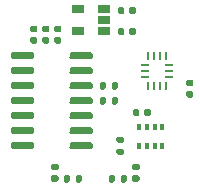
<source format=gbr>
%TF.GenerationSoftware,KiCad,Pcbnew,(5.1.7)-1*%
%TF.CreationDate,2021-04-19T22:56:07+02:00*%
%TF.ProjectId,TMA,544d412e-6b69-4636-9164-5f7063625858,rev?*%
%TF.SameCoordinates,Original*%
%TF.FileFunction,Paste,Top*%
%TF.FilePolarity,Positive*%
%FSLAX46Y46*%
G04 Gerber Fmt 4.6, Leading zero omitted, Abs format (unit mm)*
G04 Created by KiCad (PCBNEW (5.1.7)-1) date 2021-04-19 22:56:07*
%MOMM*%
%LPD*%
G01*
G04 APERTURE LIST*
%ADD10R,1.060000X0.650000*%
%ADD11R,0.250000X0.675000*%
%ADD12R,0.675000X0.250000*%
%ADD13R,0.350000X0.500000*%
G04 APERTURE END LIST*
D10*
%TO.C,U4*%
X73576000Y-44130000D03*
X73576000Y-42230000D03*
X75776000Y-42230000D03*
X75776000Y-43180000D03*
X75776000Y-44130000D03*
%TD*%
%TO.C,U3*%
G36*
G01*
X72874000Y-46378000D02*
X72874000Y-46078000D01*
G75*
G02*
X73024000Y-45928000I150000J0D01*
G01*
X74674000Y-45928000D01*
G75*
G02*
X74824000Y-46078000I0J-150000D01*
G01*
X74824000Y-46378000D01*
G75*
G02*
X74674000Y-46528000I-150000J0D01*
G01*
X73024000Y-46528000D01*
G75*
G02*
X72874000Y-46378000I0J150000D01*
G01*
G37*
G36*
G01*
X72874000Y-47648000D02*
X72874000Y-47348000D01*
G75*
G02*
X73024000Y-47198000I150000J0D01*
G01*
X74674000Y-47198000D01*
G75*
G02*
X74824000Y-47348000I0J-150000D01*
G01*
X74824000Y-47648000D01*
G75*
G02*
X74674000Y-47798000I-150000J0D01*
G01*
X73024000Y-47798000D01*
G75*
G02*
X72874000Y-47648000I0J150000D01*
G01*
G37*
G36*
G01*
X72874000Y-48918000D02*
X72874000Y-48618000D01*
G75*
G02*
X73024000Y-48468000I150000J0D01*
G01*
X74674000Y-48468000D01*
G75*
G02*
X74824000Y-48618000I0J-150000D01*
G01*
X74824000Y-48918000D01*
G75*
G02*
X74674000Y-49068000I-150000J0D01*
G01*
X73024000Y-49068000D01*
G75*
G02*
X72874000Y-48918000I0J150000D01*
G01*
G37*
G36*
G01*
X72874000Y-50188000D02*
X72874000Y-49888000D01*
G75*
G02*
X73024000Y-49738000I150000J0D01*
G01*
X74674000Y-49738000D01*
G75*
G02*
X74824000Y-49888000I0J-150000D01*
G01*
X74824000Y-50188000D01*
G75*
G02*
X74674000Y-50338000I-150000J0D01*
G01*
X73024000Y-50338000D01*
G75*
G02*
X72874000Y-50188000I0J150000D01*
G01*
G37*
G36*
G01*
X72874000Y-51458000D02*
X72874000Y-51158000D01*
G75*
G02*
X73024000Y-51008000I150000J0D01*
G01*
X74674000Y-51008000D01*
G75*
G02*
X74824000Y-51158000I0J-150000D01*
G01*
X74824000Y-51458000D01*
G75*
G02*
X74674000Y-51608000I-150000J0D01*
G01*
X73024000Y-51608000D01*
G75*
G02*
X72874000Y-51458000I0J150000D01*
G01*
G37*
G36*
G01*
X72874000Y-52728000D02*
X72874000Y-52428000D01*
G75*
G02*
X73024000Y-52278000I150000J0D01*
G01*
X74674000Y-52278000D01*
G75*
G02*
X74824000Y-52428000I0J-150000D01*
G01*
X74824000Y-52728000D01*
G75*
G02*
X74674000Y-52878000I-150000J0D01*
G01*
X73024000Y-52878000D01*
G75*
G02*
X72874000Y-52728000I0J150000D01*
G01*
G37*
G36*
G01*
X72874000Y-53998000D02*
X72874000Y-53698000D01*
G75*
G02*
X73024000Y-53548000I150000J0D01*
G01*
X74674000Y-53548000D01*
G75*
G02*
X74824000Y-53698000I0J-150000D01*
G01*
X74824000Y-53998000D01*
G75*
G02*
X74674000Y-54148000I-150000J0D01*
G01*
X73024000Y-54148000D01*
G75*
G02*
X72874000Y-53998000I0J150000D01*
G01*
G37*
G36*
G01*
X67924000Y-53998000D02*
X67924000Y-53698000D01*
G75*
G02*
X68074000Y-53548000I150000J0D01*
G01*
X69724000Y-53548000D01*
G75*
G02*
X69874000Y-53698000I0J-150000D01*
G01*
X69874000Y-53998000D01*
G75*
G02*
X69724000Y-54148000I-150000J0D01*
G01*
X68074000Y-54148000D01*
G75*
G02*
X67924000Y-53998000I0J150000D01*
G01*
G37*
G36*
G01*
X67924000Y-52728000D02*
X67924000Y-52428000D01*
G75*
G02*
X68074000Y-52278000I150000J0D01*
G01*
X69724000Y-52278000D01*
G75*
G02*
X69874000Y-52428000I0J-150000D01*
G01*
X69874000Y-52728000D01*
G75*
G02*
X69724000Y-52878000I-150000J0D01*
G01*
X68074000Y-52878000D01*
G75*
G02*
X67924000Y-52728000I0J150000D01*
G01*
G37*
G36*
G01*
X67924000Y-51458000D02*
X67924000Y-51158000D01*
G75*
G02*
X68074000Y-51008000I150000J0D01*
G01*
X69724000Y-51008000D01*
G75*
G02*
X69874000Y-51158000I0J-150000D01*
G01*
X69874000Y-51458000D01*
G75*
G02*
X69724000Y-51608000I-150000J0D01*
G01*
X68074000Y-51608000D01*
G75*
G02*
X67924000Y-51458000I0J150000D01*
G01*
G37*
G36*
G01*
X67924000Y-50188000D02*
X67924000Y-49888000D01*
G75*
G02*
X68074000Y-49738000I150000J0D01*
G01*
X69724000Y-49738000D01*
G75*
G02*
X69874000Y-49888000I0J-150000D01*
G01*
X69874000Y-50188000D01*
G75*
G02*
X69724000Y-50338000I-150000J0D01*
G01*
X68074000Y-50338000D01*
G75*
G02*
X67924000Y-50188000I0J150000D01*
G01*
G37*
G36*
G01*
X67924000Y-48918000D02*
X67924000Y-48618000D01*
G75*
G02*
X68074000Y-48468000I150000J0D01*
G01*
X69724000Y-48468000D01*
G75*
G02*
X69874000Y-48618000I0J-150000D01*
G01*
X69874000Y-48918000D01*
G75*
G02*
X69724000Y-49068000I-150000J0D01*
G01*
X68074000Y-49068000D01*
G75*
G02*
X67924000Y-48918000I0J150000D01*
G01*
G37*
G36*
G01*
X67924000Y-47648000D02*
X67924000Y-47348000D01*
G75*
G02*
X68074000Y-47198000I150000J0D01*
G01*
X69724000Y-47198000D01*
G75*
G02*
X69874000Y-47348000I0J-150000D01*
G01*
X69874000Y-47648000D01*
G75*
G02*
X69724000Y-47798000I-150000J0D01*
G01*
X68074000Y-47798000D01*
G75*
G02*
X67924000Y-47648000I0J150000D01*
G01*
G37*
G36*
G01*
X67924000Y-46378000D02*
X67924000Y-46078000D01*
G75*
G02*
X68074000Y-45928000I150000J0D01*
G01*
X69724000Y-45928000D01*
G75*
G02*
X69874000Y-46078000I0J-150000D01*
G01*
X69874000Y-46378000D01*
G75*
G02*
X69724000Y-46528000I-150000J0D01*
G01*
X68074000Y-46528000D01*
G75*
G02*
X67924000Y-46378000I0J150000D01*
G01*
G37*
%TD*%
D11*
%TO.C,U2*%
X79514000Y-46235500D03*
X80014000Y-46235500D03*
X80514000Y-46235500D03*
X81014000Y-46235500D03*
X81014000Y-48760500D03*
X80514000Y-48760500D03*
X80014000Y-48760500D03*
X79514000Y-48760500D03*
D12*
X81276500Y-46998000D03*
X81276500Y-47498000D03*
X81276500Y-47998000D03*
X79251500Y-46998000D03*
X79251500Y-47998000D03*
X79251500Y-47498000D03*
%TD*%
D13*
%TO.C,U1*%
X78781000Y-53886000D03*
X79431000Y-52286000D03*
X80081000Y-52286000D03*
X80731000Y-52286000D03*
X79431000Y-53886000D03*
X80081000Y-53886000D03*
X80731000Y-53886000D03*
X78781000Y-52286000D03*
%TD*%
%TO.C,R5*%
G36*
G01*
X75960000Y-49853000D02*
X75960000Y-50223000D01*
G75*
G02*
X75825000Y-50358000I-135000J0D01*
G01*
X75555000Y-50358000D01*
G75*
G02*
X75420000Y-50223000I0J135000D01*
G01*
X75420000Y-49853000D01*
G75*
G02*
X75555000Y-49718000I135000J0D01*
G01*
X75825000Y-49718000D01*
G75*
G02*
X75960000Y-49853000I0J-135000D01*
G01*
G37*
G36*
G01*
X76980000Y-49853000D02*
X76980000Y-50223000D01*
G75*
G02*
X76845000Y-50358000I-135000J0D01*
G01*
X76575000Y-50358000D01*
G75*
G02*
X76440000Y-50223000I0J135000D01*
G01*
X76440000Y-49853000D01*
G75*
G02*
X76575000Y-49718000I135000J0D01*
G01*
X76845000Y-49718000D01*
G75*
G02*
X76980000Y-49853000I0J-135000D01*
G01*
G37*
%TD*%
%TO.C,R4*%
G36*
G01*
X75960000Y-48583000D02*
X75960000Y-48953000D01*
G75*
G02*
X75825000Y-49088000I-135000J0D01*
G01*
X75555000Y-49088000D01*
G75*
G02*
X75420000Y-48953000I0J135000D01*
G01*
X75420000Y-48583000D01*
G75*
G02*
X75555000Y-48448000I135000J0D01*
G01*
X75825000Y-48448000D01*
G75*
G02*
X75960000Y-48583000I0J-135000D01*
G01*
G37*
G36*
G01*
X76980000Y-48583000D02*
X76980000Y-48953000D01*
G75*
G02*
X76845000Y-49088000I-135000J0D01*
G01*
X76575000Y-49088000D01*
G75*
G02*
X76440000Y-48953000I0J135000D01*
G01*
X76440000Y-48583000D01*
G75*
G02*
X76575000Y-48448000I135000J0D01*
G01*
X76845000Y-48448000D01*
G75*
G02*
X76980000Y-48583000I0J-135000D01*
G01*
G37*
%TD*%
%TO.C,R3*%
G36*
G01*
X77202000Y-56827000D02*
X77202000Y-56457000D01*
G75*
G02*
X77337000Y-56322000I135000J0D01*
G01*
X77607000Y-56322000D01*
G75*
G02*
X77742000Y-56457000I0J-135000D01*
G01*
X77742000Y-56827000D01*
G75*
G02*
X77607000Y-56962000I-135000J0D01*
G01*
X77337000Y-56962000D01*
G75*
G02*
X77202000Y-56827000I0J135000D01*
G01*
G37*
G36*
G01*
X76182000Y-56827000D02*
X76182000Y-56457000D01*
G75*
G02*
X76317000Y-56322000I135000J0D01*
G01*
X76587000Y-56322000D01*
G75*
G02*
X76722000Y-56457000I0J-135000D01*
G01*
X76722000Y-56827000D01*
G75*
G02*
X76587000Y-56962000I-135000J0D01*
G01*
X76317000Y-56962000D01*
G75*
G02*
X76182000Y-56827000I0J135000D01*
G01*
G37*
%TD*%
%TO.C,R2*%
G36*
G01*
X72912000Y-56457000D02*
X72912000Y-56827000D01*
G75*
G02*
X72777000Y-56962000I-135000J0D01*
G01*
X72507000Y-56962000D01*
G75*
G02*
X72372000Y-56827000I0J135000D01*
G01*
X72372000Y-56457000D01*
G75*
G02*
X72507000Y-56322000I135000J0D01*
G01*
X72777000Y-56322000D01*
G75*
G02*
X72912000Y-56457000I0J-135000D01*
G01*
G37*
G36*
G01*
X73932000Y-56457000D02*
X73932000Y-56827000D01*
G75*
G02*
X73797000Y-56962000I-135000J0D01*
G01*
X73527000Y-56962000D01*
G75*
G02*
X73392000Y-56827000I0J135000D01*
G01*
X73392000Y-56457000D01*
G75*
G02*
X73527000Y-56322000I135000J0D01*
G01*
X73797000Y-56322000D01*
G75*
G02*
X73932000Y-56457000I0J-135000D01*
G01*
G37*
%TD*%
%TO.C,R1*%
G36*
G01*
X77350200Y-53608000D02*
X76980200Y-53608000D01*
G75*
G02*
X76845200Y-53473000I0J135000D01*
G01*
X76845200Y-53203000D01*
G75*
G02*
X76980200Y-53068000I135000J0D01*
G01*
X77350200Y-53068000D01*
G75*
G02*
X77485200Y-53203000I0J-135000D01*
G01*
X77485200Y-53473000D01*
G75*
G02*
X77350200Y-53608000I-135000J0D01*
G01*
G37*
G36*
G01*
X77350200Y-54628000D02*
X76980200Y-54628000D01*
G75*
G02*
X76845200Y-54493000I0J135000D01*
G01*
X76845200Y-54223000D01*
G75*
G02*
X76980200Y-54088000I135000J0D01*
G01*
X77350200Y-54088000D01*
G75*
G02*
X77485200Y-54223000I0J-135000D01*
G01*
X77485200Y-54493000D01*
G75*
G02*
X77350200Y-54628000I-135000J0D01*
G01*
G37*
%TD*%
%TO.C,D4*%
G36*
G01*
X78658500Y-55944000D02*
X78313500Y-55944000D01*
G75*
G02*
X78166000Y-55796500I0J147500D01*
G01*
X78166000Y-55501500D01*
G75*
G02*
X78313500Y-55354000I147500J0D01*
G01*
X78658500Y-55354000D01*
G75*
G02*
X78806000Y-55501500I0J-147500D01*
G01*
X78806000Y-55796500D01*
G75*
G02*
X78658500Y-55944000I-147500J0D01*
G01*
G37*
G36*
G01*
X78658500Y-56914000D02*
X78313500Y-56914000D01*
G75*
G02*
X78166000Y-56766500I0J147500D01*
G01*
X78166000Y-56471500D01*
G75*
G02*
X78313500Y-56324000I147500J0D01*
G01*
X78658500Y-56324000D01*
G75*
G02*
X78806000Y-56471500I0J-147500D01*
G01*
X78806000Y-56766500D01*
G75*
G02*
X78658500Y-56914000I-147500J0D01*
G01*
G37*
%TD*%
%TO.C,D3*%
G36*
G01*
X71800500Y-55944000D02*
X71455500Y-55944000D01*
G75*
G02*
X71308000Y-55796500I0J147500D01*
G01*
X71308000Y-55501500D01*
G75*
G02*
X71455500Y-55354000I147500J0D01*
G01*
X71800500Y-55354000D01*
G75*
G02*
X71948000Y-55501500I0J-147500D01*
G01*
X71948000Y-55796500D01*
G75*
G02*
X71800500Y-55944000I-147500J0D01*
G01*
G37*
G36*
G01*
X71800500Y-56914000D02*
X71455500Y-56914000D01*
G75*
G02*
X71308000Y-56766500I0J147500D01*
G01*
X71308000Y-56471500D01*
G75*
G02*
X71455500Y-56324000I147500J0D01*
G01*
X71800500Y-56324000D01*
G75*
G02*
X71948000Y-56471500I0J-147500D01*
G01*
X71948000Y-56766500D01*
G75*
G02*
X71800500Y-56914000I-147500J0D01*
G01*
G37*
%TD*%
%TO.C,C7*%
G36*
G01*
X71712000Y-44650000D02*
X72052000Y-44650000D01*
G75*
G02*
X72192000Y-44790000I0J-140000D01*
G01*
X72192000Y-45070000D01*
G75*
G02*
X72052000Y-45210000I-140000J0D01*
G01*
X71712000Y-45210000D01*
G75*
G02*
X71572000Y-45070000I0J140000D01*
G01*
X71572000Y-44790000D01*
G75*
G02*
X71712000Y-44650000I140000J0D01*
G01*
G37*
G36*
G01*
X71712000Y-43690000D02*
X72052000Y-43690000D01*
G75*
G02*
X72192000Y-43830000I0J-140000D01*
G01*
X72192000Y-44110000D01*
G75*
G02*
X72052000Y-44250000I-140000J0D01*
G01*
X71712000Y-44250000D01*
G75*
G02*
X71572000Y-44110000I0J140000D01*
G01*
X71572000Y-43830000D01*
G75*
G02*
X71712000Y-43690000I140000J0D01*
G01*
G37*
%TD*%
%TO.C,C6*%
G36*
G01*
X70696000Y-44650000D02*
X71036000Y-44650000D01*
G75*
G02*
X71176000Y-44790000I0J-140000D01*
G01*
X71176000Y-45070000D01*
G75*
G02*
X71036000Y-45210000I-140000J0D01*
G01*
X70696000Y-45210000D01*
G75*
G02*
X70556000Y-45070000I0J140000D01*
G01*
X70556000Y-44790000D01*
G75*
G02*
X70696000Y-44650000I140000J0D01*
G01*
G37*
G36*
G01*
X70696000Y-43690000D02*
X71036000Y-43690000D01*
G75*
G02*
X71176000Y-43830000I0J-140000D01*
G01*
X71176000Y-44110000D01*
G75*
G02*
X71036000Y-44250000I-140000J0D01*
G01*
X70696000Y-44250000D01*
G75*
G02*
X70556000Y-44110000I0J140000D01*
G01*
X70556000Y-43830000D01*
G75*
G02*
X70696000Y-43690000I140000J0D01*
G01*
G37*
%TD*%
%TO.C,C5*%
G36*
G01*
X77924000Y-42588000D02*
X77924000Y-42248000D01*
G75*
G02*
X78064000Y-42108000I140000J0D01*
G01*
X78344000Y-42108000D01*
G75*
G02*
X78484000Y-42248000I0J-140000D01*
G01*
X78484000Y-42588000D01*
G75*
G02*
X78344000Y-42728000I-140000J0D01*
G01*
X78064000Y-42728000D01*
G75*
G02*
X77924000Y-42588000I0J140000D01*
G01*
G37*
G36*
G01*
X76964000Y-42588000D02*
X76964000Y-42248000D01*
G75*
G02*
X77104000Y-42108000I140000J0D01*
G01*
X77384000Y-42108000D01*
G75*
G02*
X77524000Y-42248000I0J-140000D01*
G01*
X77524000Y-42588000D01*
G75*
G02*
X77384000Y-42728000I-140000J0D01*
G01*
X77104000Y-42728000D01*
G75*
G02*
X76964000Y-42588000I0J140000D01*
G01*
G37*
%TD*%
%TO.C,C4*%
G36*
G01*
X77924000Y-44366000D02*
X77924000Y-44026000D01*
G75*
G02*
X78064000Y-43886000I140000J0D01*
G01*
X78344000Y-43886000D01*
G75*
G02*
X78484000Y-44026000I0J-140000D01*
G01*
X78484000Y-44366000D01*
G75*
G02*
X78344000Y-44506000I-140000J0D01*
G01*
X78064000Y-44506000D01*
G75*
G02*
X77924000Y-44366000I0J140000D01*
G01*
G37*
G36*
G01*
X76964000Y-44366000D02*
X76964000Y-44026000D01*
G75*
G02*
X77104000Y-43886000I140000J0D01*
G01*
X77384000Y-43886000D01*
G75*
G02*
X77524000Y-44026000I0J-140000D01*
G01*
X77524000Y-44366000D01*
G75*
G02*
X77384000Y-44506000I-140000J0D01*
G01*
X77104000Y-44506000D01*
G75*
G02*
X76964000Y-44366000I0J140000D01*
G01*
G37*
%TD*%
%TO.C,C3*%
G36*
G01*
X69680000Y-44650000D02*
X70020000Y-44650000D01*
G75*
G02*
X70160000Y-44790000I0J-140000D01*
G01*
X70160000Y-45070000D01*
G75*
G02*
X70020000Y-45210000I-140000J0D01*
G01*
X69680000Y-45210000D01*
G75*
G02*
X69540000Y-45070000I0J140000D01*
G01*
X69540000Y-44790000D01*
G75*
G02*
X69680000Y-44650000I140000J0D01*
G01*
G37*
G36*
G01*
X69680000Y-43690000D02*
X70020000Y-43690000D01*
G75*
G02*
X70160000Y-43830000I0J-140000D01*
G01*
X70160000Y-44110000D01*
G75*
G02*
X70020000Y-44250000I-140000J0D01*
G01*
X69680000Y-44250000D01*
G75*
G02*
X69540000Y-44110000I0J140000D01*
G01*
X69540000Y-43830000D01*
G75*
G02*
X69680000Y-43690000I140000J0D01*
G01*
G37*
%TD*%
%TO.C,C2*%
G36*
G01*
X83228000Y-48822000D02*
X82888000Y-48822000D01*
G75*
G02*
X82748000Y-48682000I0J140000D01*
G01*
X82748000Y-48402000D01*
G75*
G02*
X82888000Y-48262000I140000J0D01*
G01*
X83228000Y-48262000D01*
G75*
G02*
X83368000Y-48402000I0J-140000D01*
G01*
X83368000Y-48682000D01*
G75*
G02*
X83228000Y-48822000I-140000J0D01*
G01*
G37*
G36*
G01*
X83228000Y-49782000D02*
X82888000Y-49782000D01*
G75*
G02*
X82748000Y-49642000I0J140000D01*
G01*
X82748000Y-49362000D01*
G75*
G02*
X82888000Y-49222000I140000J0D01*
G01*
X83228000Y-49222000D01*
G75*
G02*
X83368000Y-49362000I0J-140000D01*
G01*
X83368000Y-49642000D01*
G75*
G02*
X83228000Y-49782000I-140000J0D01*
G01*
G37*
%TD*%
%TO.C,C1*%
G36*
G01*
X78794000Y-50884000D02*
X78794000Y-51224000D01*
G75*
G02*
X78654000Y-51364000I-140000J0D01*
G01*
X78374000Y-51364000D01*
G75*
G02*
X78234000Y-51224000I0J140000D01*
G01*
X78234000Y-50884000D01*
G75*
G02*
X78374000Y-50744000I140000J0D01*
G01*
X78654000Y-50744000D01*
G75*
G02*
X78794000Y-50884000I0J-140000D01*
G01*
G37*
G36*
G01*
X79754000Y-50884000D02*
X79754000Y-51224000D01*
G75*
G02*
X79614000Y-51364000I-140000J0D01*
G01*
X79334000Y-51364000D01*
G75*
G02*
X79194000Y-51224000I0J140000D01*
G01*
X79194000Y-50884000D01*
G75*
G02*
X79334000Y-50744000I140000J0D01*
G01*
X79614000Y-50744000D01*
G75*
G02*
X79754000Y-50884000I0J-140000D01*
G01*
G37*
%TD*%
M02*

</source>
